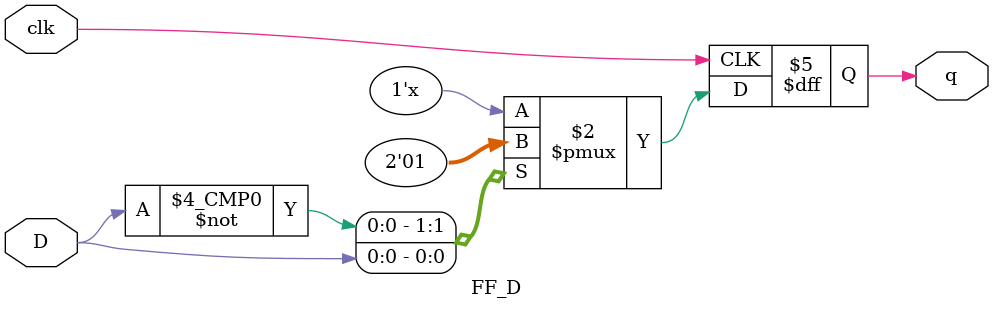
<source format=v>
`timescale 1ns / 1ps
module FF_D(	
	input	wire		D,
	input wire		clk,
	output reg		q
);
	
	/*initial
	begin 
		q = 1'b1;
		qb= 1'b0;
	end*/
	
	always @(posedge clk)
	begin
		case(D)
			1'b0: q <= 0;
			1'b1: q <= 1;
		endcase
	end

endmodule

</source>
